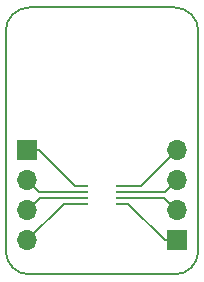
<source format=gbr>
G04 #@! TF.GenerationSoftware,KiCad,Pcbnew,5.1.6-c6e7f7d~86~ubuntu20.04.1*
G04 #@! TF.CreationDate,2020-05-17T01:16:20+03:00*
G04 #@! TF.ProjectId,BRK-VSSOP-8-2.4x2.1-P0.5,42524b2d-5653-4534-9f50-2d382d322e34,v1.1*
G04 #@! TF.SameCoordinates,Original*
G04 #@! TF.FileFunction,Copper,L1,Top*
G04 #@! TF.FilePolarity,Positive*
%FSLAX46Y46*%
G04 Gerber Fmt 4.6, Leading zero omitted, Abs format (unit mm)*
G04 Created by KiCad (PCBNEW 5.1.6-c6e7f7d~86~ubuntu20.04.1) date 2020-05-17 01:16:20*
%MOMM*%
%LPD*%
G01*
G04 APERTURE LIST*
G04 #@! TA.AperFunction,Profile*
%ADD10C,0.150000*%
G04 #@! TD*
G04 #@! TA.AperFunction,ComponentPad*
%ADD11O,1.700000X1.700000*%
G04 #@! TD*
G04 #@! TA.AperFunction,ComponentPad*
%ADD12R,1.700000X1.700000*%
G04 #@! TD*
G04 #@! TA.AperFunction,SMDPad,CuDef*
%ADD13R,0.750000X0.250000*%
G04 #@! TD*
G04 #@! TA.AperFunction,Conductor*
%ADD14C,0.200000*%
G04 #@! TD*
G04 #@! TA.AperFunction,Conductor*
%ADD15C,0.300000*%
G04 #@! TD*
G04 APERTURE END LIST*
D10*
X53000000Y-70600000D02*
G75*
G02*
X51000000Y-68600000I0J2000000D01*
G01*
X67300000Y-68600000D02*
G75*
G02*
X65300000Y-70600000I-2000000J0D01*
G01*
X65300000Y-48000000D02*
G75*
G02*
X67300000Y-50000000I0J-2000000D01*
G01*
X51000000Y-50000000D02*
G75*
G02*
X53000000Y-48000000I2000000J0D01*
G01*
X65300000Y-70600000D02*
X53000000Y-70600000D01*
X67300000Y-50000000D02*
X67300000Y-68600000D01*
X53000000Y-48000000D02*
X65300000Y-48000000D01*
X51000000Y-68600000D02*
X51000000Y-50000000D01*
D11*
X65500000Y-60100000D03*
X65500000Y-62640000D03*
X65500000Y-65180000D03*
D12*
X65500000Y-67720000D03*
D11*
X52800000Y-67720000D03*
X52800000Y-65180000D03*
X52800000Y-62640000D03*
D12*
X52800000Y-60100000D03*
D13*
X60700000Y-63120000D03*
X60700000Y-63620000D03*
X60700000Y-64120000D03*
X60700000Y-64620000D03*
X57600000Y-64620000D03*
X57600000Y-64120000D03*
X57600000Y-63620000D03*
X57600000Y-63120000D03*
D14*
X56870000Y-63120000D02*
X57600000Y-63120000D01*
X52800000Y-60100000D02*
X53850000Y-60100000D01*
X53850000Y-60100000D02*
X56870000Y-63120000D01*
D15*
X52840000Y-62600000D02*
X52800000Y-62640000D01*
D14*
X53780000Y-63620000D02*
X57600000Y-63620000D01*
X52800000Y-62640000D02*
X53780000Y-63620000D01*
X53860000Y-64120000D02*
X57600000Y-64120000D01*
X52800000Y-65180000D02*
X53860000Y-64120000D01*
X65500000Y-67720000D02*
X64450000Y-67720000D01*
X61350000Y-64620000D02*
X60700000Y-64620000D01*
X64450000Y-67720000D02*
X61350000Y-64620000D01*
X64440000Y-64120000D02*
X60700000Y-64120000D01*
X65500000Y-65180000D02*
X64440000Y-64120000D01*
D15*
X65460000Y-62600000D02*
X65500000Y-62640000D01*
D14*
X64520000Y-63620000D02*
X60700000Y-63620000D01*
X65500000Y-62640000D02*
X64520000Y-63620000D01*
X55900000Y-64620000D02*
X57600000Y-64620000D01*
X52800000Y-67720000D02*
X55900000Y-64620000D01*
X62480000Y-63120000D02*
X60700000Y-63120000D01*
X65500000Y-60100000D02*
X62480000Y-63120000D01*
M02*

</source>
